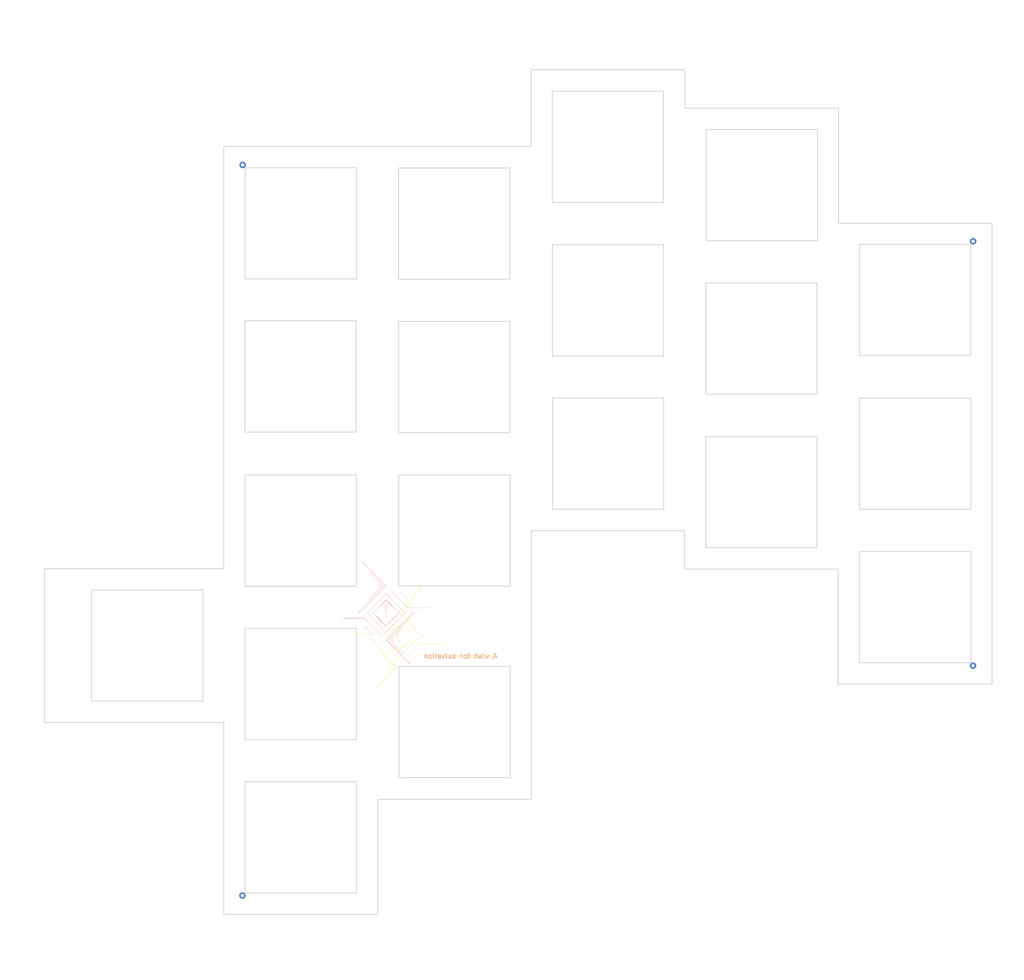
<source format=kicad_pcb>
(kicad_pcb (version 20171130) (host pcbnew 5.1.10)

  (general
    (thickness 1.6)
    (drawings 370)
    (tracks 4)
    (zones 0)
    (modules 0)
    (nets 2)
  )

  (page A4)
  (layers
    (0 F.Cu signal)
    (31 B.Cu signal)
    (32 B.Adhes user)
    (33 F.Adhes user hide)
    (34 B.Paste user)
    (35 F.Paste user)
    (36 B.SilkS user)
    (37 F.SilkS user)
    (38 B.Mask user)
    (39 F.Mask user)
    (40 Dwgs.User user)
    (41 Cmts.User user)
    (42 Eco1.User user)
    (43 Eco2.User user)
    (44 Edge.Cuts user)
    (45 Margin user)
    (46 B.CrtYd user)
    (47 F.CrtYd user)
    (48 B.Fab user)
    (49 F.Fab user)
  )

  (setup
    (last_trace_width 0.25)
    (trace_clearance 0.2)
    (zone_clearance 0.508)
    (zone_45_only no)
    (trace_min 0.2)
    (via_size 0.8)
    (via_drill 0.4)
    (via_min_size 0.4)
    (via_min_drill 0.3)
    (uvia_size 0.3)
    (uvia_drill 0.1)
    (uvias_allowed no)
    (uvia_min_size 0.2)
    (uvia_min_drill 0.1)
    (edge_width 0.1)
    (segment_width 0.2)
    (pcb_text_width 0.3)
    (pcb_text_size 1.5 1.5)
    (mod_edge_width 0.15)
    (mod_text_size 1 1)
    (mod_text_width 0.15)
    (pad_size 1.524 1.524)
    (pad_drill 0.762)
    (pad_to_mask_clearance 0)
    (aux_axis_origin 61.5 62)
    (grid_origin 61.5 62)
    (visible_elements FFFFF7FF)
    (pcbplotparams
      (layerselection 0x010fc_ffffffff)
      (usegerberextensions false)
      (usegerberattributes true)
      (usegerberadvancedattributes true)
      (creategerberjobfile true)
      (excludeedgelayer true)
      (linewidth 0.100000)
      (plotframeref false)
      (viasonmask false)
      (mode 1)
      (useauxorigin false)
      (hpglpennumber 1)
      (hpglpenspeed 20)
      (hpglpendiameter 15.000000)
      (psnegative false)
      (psa4output false)
      (plotreference true)
      (plotvalue true)
      (plotinvisibletext false)
      (padsonsilk false)
      (subtractmaskfromsilk false)
      (outputformat 1)
      (mirror false)
      (drillshape 0)
      (scaleselection 1)
      (outputdirectory "../gerber/plate/"))
  )

  (net 0 "")
  (net 1 GND)

  (net_class Default "This is the default net class."
    (clearance 0.2)
    (trace_width 0.25)
    (via_dia 0.8)
    (via_drill 0.4)
    (uvia_dia 0.3)
    (uvia_drill 0.1)
  )

  (gr_text "A wish for salvation" (at 141.55 123.18) (layer B.SilkS) (tstamp 60C782BF)
    (effects (font (size 0.6 0.6) (thickness 0.1)) (justify mirror))
  )
  (gr_text "A wish for salvation" (at 141.63 123.19) (layer F.SilkS)
    (effects (font (size 0.6 0.6) (thickness 0.1)))
  )
  (gr_curve (pts (xy 133.569037 121.246753) (xy 133.556638 121.241451) (xy 133.548558 121.228956) (xy 133.548558 121.215096)) (layer B.SilkS) (width 0.036))
  (gr_line (start 132.618004 116.956093) (end 132.336583 116.665393) (layer B.SilkS) (width 0.036))
  (gr_curve (pts (xy 133.493161 117.346297) (xy 133.186418 117.02944) (xy 132.892237 116.725561) (xy 132.675337 116.501509)) (layer B.SilkS) (width 0.036))
  (gr_curve (pts (xy 132.336584 118.207112) (xy 132.356714 118.207112) (xy 132.374864 118.219638) (xy 132.382567 118.23885)) (layer B.SilkS) (width 0.036))
  (gr_curve (pts (xy 133.117546 121.215096) (xy 133.117546 121.196888) (xy 133.124546 121.179426) (xy 133.137011 121.166551)) (layer B.SilkS) (width 0.036))
  (gr_curve (pts (xy 130.718369 117.823149) (xy 130.718369 117.823149) (xy 130.840222 117.94902) (xy 131.057123 118.173072)) (layer B.SilkS) (width 0.036))
  (gr_curve (pts (xy 132.237037 117.40194) (xy 132.237037 117.374669) (xy 132.247531 117.348513) (xy 132.266193 117.32923)) (layer B.SilkS) (width 0.036))
  (gr_curve (pts (xy 132.675337 116.501509) (xy 132.458435 116.277456) (xy 132.336581 116.151586) (xy 132.336581 116.151586)) (layer B.SilkS) (width 0.036))
  (gr_line (start 126.958674 118.471396) (end 129.699005 118.471396) (layer B.SilkS) (width 0.036))
  (gr_curve (pts (xy 133.605187 121.239325) (xy 133.595694 121.24912) (xy 133.581432 121.252057) (xy 133.569037 121.246755)) (layer B.SilkS) (width 0.036))
  (gr_curve (pts (xy 134.076337 121.201936) (xy 134.081496 121.214779) (xy 134.078638 121.229577) (xy 134.069129 121.239409)) (layer B.SilkS) (width 0.036))
  (gr_line (start 132.35483 121.215069) (end 135.602782 117.860031) (layer B.SilkS) (width 0.036))
  (gr_line (start 135.367569 124.121318) (end 135.168055 124.12116) (layer B.SilkS) (width 0.036))
  (gr_line (start 132.336583 119.391819) (end 131.238832 118.257878) (layer B.SilkS) (width 0.036))
  (gr_line (start 132.336583 116.665393) (end 132.055115 116.956142) (layer B.SilkS) (width 0.036))
  (gr_curve (pts (xy 132.254473 116.991673) (xy 132.27625 116.96918) (xy 132.305787 116.956542) (xy 132.336584 116.956542)) (layer B.SilkS) (width 0.036))
  (gr_curve (pts (xy 134.668406 117.825288) (xy 134.668406 117.825288) (xy 134.546551 117.699417) (xy 134.329651 117.475365)) (layer B.SilkS) (width 0.036))
  (gr_curve (pts (xy 134.329651 117.475365) (xy 134.112751 117.251314) (xy 133.818569 116.947435) (xy 133.511825 116.630578)) (layer B.SilkS) (width 0.036))
  (gr_curve (pts (xy 132.336584 116.956542) (xy 132.383552 116.956542) (xy 132.425894 116.985766) (xy 132.443868 117.030589)) (layer B.SilkS) (width 0.036))
  (gr_curve (pts (xy 132.418695 117.16131) (xy 132.385484 117.195616) (xy 132.335539 117.205879) (xy 132.292146 117.187312)) (layer B.SilkS) (width 0.036))
  (gr_line (start 131.857811 114.429463) (end 130.216703 116.124681) (layer B.SilkS) (width 0.036))
  (gr_curve (pts (xy 133.58173 121.180831) (xy 133.595145 121.180831) (xy 133.607243 121.189181) (xy 133.612377 121.201983)) (layer B.SilkS) (width 0.036))
  (gr_curve (pts (xy 131.526211 114.360811) (xy 131.499329 114.360811) (xy 131.475096 114.377538) (xy 131.464809 114.403191)) (layer B.SilkS) (width 0.036))
  (gr_line (start 135.015112 117.17707) (end 132.983856 115.078552) (layer B.SilkS) (width 0.036))
  (gr_line (start 129.070282 117.822239) (end 129.102046 117.789425) (layer B.SilkS) (width 0.036))
  (gr_line (start 135.015104 117.177058) (end 134.909855 117.068338) (layer B.SilkS) (width 0.036))
  (gr_curve (pts (xy 134.022046 121.190781) (xy 134.028284 121.184336) (xy 134.036762 121.180716) (xy 134.045584 121.180716)) (layer B.SilkS) (width 0.036))
  (gr_line (start 131.874949 119.017861) (end 131.18 118.3) (layer B.SilkS) (width 0.036))
  (gr_curve (pts (xy 132.286813 118.258524) (xy 132.286813 118.244887) (xy 132.292052 118.23181) (xy 132.301387 118.22217)) (layer B.SilkS) (width 0.036))
  (gr_line (start 135.776804 117.886842) (end 135.843336 117.818116) (layer B.SilkS) (width 0.036))
  (gr_curve (pts (xy 132.266193 117.32923) (xy 132.284862 117.309945) (xy 132.310183 117.299112) (xy 132.336584 117.299112)) (layer B.SilkS) (width 0.036))
  (gr_line (start 132.355773 120.214166) (end 134.668406 117.825288) (layer B.SilkS) (width 0.036))
  (gr_curve (pts (xy 134.069121 121.239409) (xy 134.059596 121.249236) (xy 134.045284 121.252189) (xy 134.032844 121.246871)) (layer B.SilkS) (width 0.036))
  (gr_line (start 135.168055 124.121043) (end 132.35483 121.215069) (layer B.SilkS) (width 0.036))
  (gr_curve (pts (xy 130.381895 118.175211) (xy 130.598797 118.399263) (xy 130.892978 118.703142) (xy 131.199721 119.019999)) (layer B.SilkS) (width 0.036))
  (gr_line (start 130.216545 112.734084) (end 131.857811 114.429463) (layer B.SilkS) (width 0.036))
  (gr_curve (pts (xy 131.997826 119.14479) (xy 132.214728 119.368841) (xy 132.336581 119.494713) (xy 132.336581 119.494713)) (layer B.SilkS) (width 0.036))
  (gr_line (start 132.355773 115.436411) (end 130.043141 117.825288) (layer B.SilkS) (width 0.036))
  (gr_line (start 132.336581 119.494713) (end 133.954793 117.823149) (layer B.SilkS) (width 0.036))
  (gr_curve (pts (xy 133.184008 121.146442) (xy 133.210889 121.146442) (xy 133.235122 121.16317) (xy 133.245409 121.188824)) (layer B.SilkS) (width 0.036))
  (gr_line (start 132.336583 119.391819) (end 133.434996 118.257193) (layer B.SilkS) (width 0.036))
  (gr_line (start 135.168055 124.12116) (end 135.099078 124.049904) (layer B.SilkS) (width 0.036))
  (gr_curve (pts (xy 132.298489 117.496943) (xy 132.261291 117.481027) (xy 132.237037 117.443532) (xy 132.237037 117.40194)) (layer B.SilkS) (width 0.036))
  (gr_line (start 128.871464 117.822239) (end 129.070282 117.822239) (layer B.SilkS) (width 0.036))
  (gr_curve (pts (xy 131.057123 118.173072) (xy 131.274023 118.397123) (xy 131.568205 118.701003) (xy 131.874949 119.017861)) (layer B.SilkS) (width 0.036))
  (gr_line (start 132.711933 116.642087) (end 132.336583 116.254361) (layer B.SilkS) (width 0.036))
  (gr_line (start 133.511825 116.630578) (end 133.512301 116.631054) (layer B.SilkS) (width 0.036))
  (gr_curve (pts (xy 132.317538 118.306023) (xy 132.298939 118.29807) (xy 132.286813 118.279318) (xy 132.286813 118.258524)) (layer B.SilkS) (width 0.036))
  (gr_curve (pts (xy 132.406975 117.474652) (xy 132.378504 117.504061) (xy 132.335687 117.512859) (xy 132.298489 117.496943)) (layer B.SilkS) (width 0.036))
  (gr_curve (pts (xy 131.464809 114.403191) (xy 131.454522 114.428845) (xy 131.460205 114.458374) (xy 131.479224 114.478008)) (layer B.SilkS) (width 0.036))
  (gr_curve (pts (xy 134.032844 121.246864) (xy 134.020398 121.241546) (xy 134.012295 121.229004) (xy 134.012295 121.215096)) (layer B.SilkS) (width 0.036))
  (gr_curve (pts (xy 133.616039 117.473226) (xy 133.399138 117.249174) (xy 133.104958 116.945295) (xy 132.798214 116.628438)) (layer B.SilkS) (width 0.036))
  (gr_line (start 131.961619 116.641687) (end 131.58652 117.029156) (layer B.SilkS) (width 0.036))
  (gr_line (start 135.015112 116.081127) (end 134.044942 115.078552) (layer B.SilkS) (width 0.036))
  (gr_curve (pts (xy 130.677374 114.461232) (xy 130.689821 114.455911) (xy 130.697923 114.443371) (xy 130.697923 114.429463)) (layer B.SilkS) (width 0.036))
  (gr_curve (pts (xy 132.292146 117.187312) (xy 132.248755 117.168746) (xy 132.220462 117.125008) (xy 132.220462 117.076492)) (layer B.SilkS) (width 0.036))
  (gr_curve (pts (xy 132.336584 117.641729) (xy 132.363339 117.641729) (xy 132.387461 117.658377) (xy 132.397699 117.683911)) (layer B.SilkS) (width 0.036))
  (gr_line (start 137.887518 117.177058) (end 135.015104 117.177058) (layer B.SilkS) (width 0.036))
  (gr_curve (pts (xy 132.289809 117.661743) (xy 132.302207 117.648931) (xy 132.31904 117.641729) (xy 132.336584 117.641729)) (layer B.SilkS) (width 0.036))
  (gr_curve (pts (xy 132.383359 117.758377) (xy 132.364441 117.777919) (xy 132.335987 117.783766) (xy 132.31127 117.773188)) (layer B.SilkS) (width 0.036))
  (gr_curve (pts (xy 132.270433 117.71006) (xy 132.270433 117.691937) (xy 132.277403 117.674557) (xy 132.289809 117.661743)) (layer B.SilkS) (width 0.036))
  (gr_curve (pts (xy 130.641097 114.453778) (xy 130.650622 114.463612) (xy 130.664934 114.466554) (xy 130.677374 114.461232)) (layer B.SilkS) (width 0.036))
  (gr_curve (pts (xy 131.097841 114.41635) (xy 131.092714 114.429156) (xy 131.095539 114.443893) (xy 131.105033 114.453693)) (layer B.SilkS) (width 0.036))
  (gr_line (start 132.336581 116.151586) (end 130.718369 117.823149) (layer B.SilkS) (width 0.036))
  (gr_line (start 132.711933 116.642087) (end 133.086932 117.029448) (layer B.SilkS) (width 0.036))
  (gr_line (start 132.852407 121.215096) (end 134.493515 122.910313) (layer B.SilkS) (width 0.036))
  (gr_line (start 132.333619 119.388693) (end 132.342827 119.398202) (layer B.SilkS) (width 0.036))
  (gr_curve (pts (xy 131.151945 114.405234) (xy 131.145722 114.398808) (xy 131.137292 114.395198) (xy 131.128488 114.395198)) (layer B.SilkS) (width 0.036))
  (gr_curve (pts (xy 130.633881 114.416305) (xy 130.628722 114.429154) (xy 130.63158 114.443944) (xy 130.641105 114.453778)) (layer B.SilkS) (width 0.036))
  (gr_curve (pts (xy 133.231003 121.263641) (xy 133.211995 121.283275) (xy 133.183408 121.289149) (xy 133.158573 121.278516)) (layer B.SilkS) (width 0.036))
  (gr_curve (pts (xy 131.16166 114.429463) (xy 131.16166 114.420377) (xy 131.158168 114.41166) (xy 131.151945 114.405234)) (layer B.SilkS) (width 0.036))
  (gr_curve (pts (xy 131.128488 114.395198) (xy 131.115074 114.395198) (xy 131.102975 114.403547) (xy 131.097841 114.41635)) (layer B.SilkS) (width 0.036))
  (gr_line (start 132.798214 116.628438) (end 133.493161 117.346297) (layer B.SilkS) (width 0.036))
  (gr_curve (pts (xy 130.664635 114.395078) (xy 130.651173 114.395078) (xy 130.639035 114.403455) (xy 130.633881 114.416305)) (layer B.SilkS) (width 0.036))
  (gr_line (start 129.342721 111.523501) (end 129.541504 111.523365) (layer B.SilkS) (width 0.036))
  (gr_curve (pts (xy 133.548558 121.215096) (xy 133.548558 121.206015) (xy 133.552051 121.197293) (xy 133.558273 121.190867)) (layer B.SilkS) (width 0.036))
  (gr_line (start 129.699005 118.471396) (end 129.827369 118.603992) (layer B.SilkS) (width 0.036))
  (gr_curve (pts (xy 132.443868 117.030589) (xy 132.461842 117.075412) (xy 132.451901 117.127005) (xy 132.418695 117.16131)) (layer B.SilkS) (width 0.036))
  (gr_curve (pts (xy 132.220462 117.076492) (xy 132.220462 117.04468) (xy 132.232702 117.01417) (xy 132.254473 116.991673)) (layer B.SilkS) (width 0.036))
  (gr_line (start 134.493673 119.519716) (end 132.852407 121.215096) (layer B.SilkS) (width 0.036))
  (gr_line (start 132.35483 114.429412) (end 132.155881 114.429412) (layer B.SilkS) (width 0.036))
  (gr_curve (pts (xy 132.31127 117.77319) (xy 132.286552 117.762617) (xy 132.270433 117.737697) (xy 132.270433 117.71006)) (layer B.SilkS) (width 0.036))
  (gr_curve (pts (xy 130.043141 117.825288) (xy 130.043141 117.825288) (xy 130.164995 117.95116) (xy 130.381895 118.175211)) (layer B.SilkS) (width 0.036))
  (gr_curve (pts (xy 133.245409 121.188824) (xy 133.255696 121.214478) (xy 133.250013 121.244005) (xy 133.230995 121.263641)) (layer B.SilkS) (width 0.036))
  (gr_curve (pts (xy 133.137011 121.166551) (xy 133.149473 121.153677) (xy 133.16638 121.146442) (xy 133.184008 121.146442)) (layer B.SilkS) (width 0.036))
  (gr_line (start 132.336583 116.254361) (end 131.961619 116.641687) (layer B.SilkS) (width 0.036))
  (gr_line (start 128.900323 117.792437) (end 128.871464 117.822239) (layer B.SilkS) (width 0.036))
  (gr_curve (pts (xy 132.336584 117.299112) (xy 132.376847 117.299112) (xy 132.413147 117.324166) (xy 132.428555 117.36259)) (layer B.SilkS) (width 0.036))
  (gr_curve (pts (xy 131.105031 114.453693) (xy 131.114524 114.463493) (xy 131.128786 114.466425) (xy 131.141183 114.461121)) (layer B.SilkS) (width 0.036))
  (gr_line (start 129.699005 118.471396) (end 126.958674 118.471396) (layer B.SilkS) (width 0.036))
  (gr_line (start 132.35483 114.429442) (end 129.102056 117.789456) (layer B.SilkS) (width 0.036))
  (gr_curve (pts (xy 132.397699 117.683911) (xy 132.407938 117.709444) (xy 132.402271 117.738835) (xy 132.383363 117.758377)) (layer B.SilkS) (width 0.036))
  (gr_curve (pts (xy 134.012295 121.215096) (xy 134.012295 121.205983) (xy 134.015804 121.197229) (xy 134.022043 121.190781)) (layer B.SilkS) (width 0.036))
  (gr_curve (pts (xy 132.301391 118.22217) (xy 132.310726 118.212534) (xy 132.323384 118.20712) (xy 132.336584 118.20712)) (layer B.SilkS) (width 0.036))
  (gr_curve (pts (xy 134.045584 121.18071) (xy 134.059045 121.18071) (xy 134.071185 121.189092) (xy 134.076337 121.201936)) (layer B.SilkS) (width 0.036))
  (gr_curve (pts (xy 133.954793 117.823149) (xy 133.954793 117.823149) (xy 133.832939 117.697279) (xy 133.616039 117.473226)) (layer B.SilkS) (width 0.036))
  (gr_line (start 135.843335 117.818115) (end 132.549376 121.217007) (layer B.SilkS) (width 0.036))
  (gr_curve (pts (xy 132.371778 118.294877) (xy 132.357538 118.309578) (xy 132.336136 118.31398) (xy 132.317538 118.306021)) (layer B.SilkS) (width 0.036))
  (gr_curve (pts (xy 131.573207 114.380919) (xy 131.560745 114.368044) (xy 131.543838 114.360811) (xy 131.526211 114.360811)) (layer B.SilkS) (width 0.036))
  (gr_line (start 132.35483 121.215069) (end 132.55408 121.215069) (layer B.SilkS) (width 0.036))
  (gr_curve (pts (xy 131.199194 119.019455) (xy 131.505937 119.336312) (xy 131.800118 119.640191) (xy 132.017018 119.864243)) (layer B.SilkS) (width 0.036))
  (gr_line (start 129.410597 111.593614) (end 129.342721 111.523501) (layer B.SilkS) (width 0.036))
  (gr_curve (pts (xy 132.017018 119.864243) (xy 132.23392 120.088296) (xy 132.355773 120.214166) (xy 132.355773 120.214166)) (layer B.SilkS) (width 0.036))
  (gr_curve (pts (xy 132.428555 117.36259) (xy 132.443954 117.401015) (xy 132.435445 117.445243) (xy 132.406975 117.474652)) (layer B.SilkS) (width 0.036))
  (gr_curve (pts (xy 133.558273 121.190867) (xy 133.564496 121.184437) (xy 133.572926 121.180834) (xy 133.58173 121.180834)) (layer B.SilkS) (width 0.036))
  (gr_line (start 132.155881 114.429412) (end 128.900323 117.792437) (layer B.SilkS) (width 0.036))
  (gr_curve (pts (xy 131.551645 114.492891) (xy 131.57648 114.482264) (xy 131.592673 114.457231) (xy 131.592673 114.429463)) (layer B.SilkS) (width 0.036))
  (gr_curve (pts (xy 130.697923 114.429463) (xy 130.697923 114.420343) (xy 130.694415 114.411598) (xy 130.688176 114.40515)) (layer B.SilkS) (width 0.036))
  (gr_curve (pts (xy 130.688174 114.40515) (xy 130.681936 114.398701) (xy 130.673458 114.395079) (xy 130.664635 114.395079)) (layer B.SilkS) (width 0.036))
  (gr_line (start 129.342721 111.523506) (end 132.155881 114.429412) (layer B.SilkS) (width 0.036))
  (gr_line (start 131.199721 119.019999) (end 131.199244 119.019523) (layer B.SilkS) (width 0.036))
  (gr_curve (pts (xy 133.512353 116.631122) (xy 133.205609 116.314267) (xy 132.911428 116.010386) (xy 132.694527 115.786334)) (layer B.SilkS) (width 0.036))
  (gr_curve (pts (xy 131.479216 114.478008) (xy 131.498223 114.497643) (xy 131.526811 114.503517) (xy 131.551645 114.492891)) (layer B.SilkS) (width 0.036))
  (gr_line (start 132.55408 121.215069) (end 135.367569 124.121313) (layer B.SilkS) (width 0.036))
  (gr_line (start 135.63937 117.822259) (end 135.602781 117.860053) (layer B.SilkS) (width 0.036))
  (gr_line (start 135.26419 124.014532) (end 135.367569 124.121318) (layer B.SilkS) (width 0.036))
  (gr_curve (pts (xy 133.158573 121.278522) (xy 133.133738 121.267902) (xy 133.117546 121.242862) (xy 133.117546 121.215096)) (layer B.SilkS) (width 0.036))
  (gr_line (start 135.843336 117.818116) (end 135.63937 117.822259) (layer B.SilkS) (width 0.036))
  (gr_curve (pts (xy 133.612377 121.201983) (xy 133.617505 121.214794) (xy 133.614679 121.229526) (xy 133.605185 121.239325)) (layer B.SilkS) (width 0.036))
  (gr_curve (pts (xy 132.694527 115.786334) (xy 132.477628 115.562283) (xy 132.355773 115.436411) (xy 132.355773 115.436411)) (layer B.SilkS) (width 0.036))
  (gr_line (start 129.541504 111.523365) (end 132.35483 114.429442) (layer B.SilkS) (width 0.036))
  (gr_curve (pts (xy 131.141183 114.461121) (xy 131.153582 114.455818) (xy 131.16166 114.443323) (xy 131.16166 114.429463)) (layer B.SilkS) (width 0.036))
  (gr_curve (pts (xy 132.382567 118.23885) (xy 132.390266 118.25806) (xy 132.386011 118.280174) (xy 132.371771 118.294877)) (layer B.SilkS) (width 0.036))
  (gr_line (start 129.699007 118.471378) (end 131.730263 120.569896) (layer B.SilkS) (width 0.036))
  (gr_curve (pts (xy 131.592673 114.429463) (xy 131.592673 114.411256) (xy 131.585672 114.393793) (xy 131.573207 114.380919)) (layer B.SilkS) (width 0.036))
  (gr_line (start 129.699007 119.567322) (end 130.669175 120.569896) (layer B.SilkS) (width 0.036))
  (gr_curve (pts (xy 131.18 118.3) (xy 131.486745 118.616859) (xy 131.780926 118.920738) (xy 131.997826 119.14479)) (layer B.SilkS) (width 0.036))
  (gr_curve (pts (xy 133.745637 120.905796) (xy 133.735398 120.93133) (xy 133.741058 120.96072) (xy 133.759977 120.980262)) (layer F.SilkS) (width 0.036))
  (gr_curve (pts (xy 133.806752 120.863615) (xy 133.779996 120.863615) (xy 133.755876 120.880263) (xy 133.745637 120.905796)) (layer F.SilkS) (width 0.036))
  (gr_curve (pts (xy 135.502239 117.675662) (xy 135.492719 117.685496) (xy 135.478401 117.688438) (xy 135.465962 117.683116)) (layer F.SilkS) (width 0.036))
  (gr_curve (pts (xy 134.617125 117.582695) (xy 134.644006 117.582695) (xy 134.66824 117.599422) (xy 134.678527 117.625076)) (layer F.SilkS) (width 0.036))
  (gr_line (start 132.097752 124.402596) (end 132.097752 124.402596) (layer F.SilkS) (width 0.036))
  (gr_line (start 134.268387 122.239746) (end 134.963335 121.521886) (layer F.SilkS) (width 0.036))
  (gr_curve (pts (xy 133.72464 120.383196) (xy 133.757852 120.417502) (xy 133.807798 120.427764) (xy 133.85119 120.409197)) (layer F.SilkS) (width 0.036))
  (gr_curve (pts (xy 133.699469 120.252474) (xy 133.681495 120.297297) (xy 133.69143 120.34889) (xy 133.72464 120.383196)) (layer F.SilkS) (width 0.036))
  (gr_line (start 134.617125 117.582695) (end 134.617125 117.582695) (layer F.SilkS) (width 0.036))
  (gr_curve (pts (xy 134.981676 117.651348) (xy 134.981676 117.64226) (xy 134.985171 117.633545) (xy 134.991392 117.627119)) (layer F.SilkS) (width 0.036))
  (gr_curve (pts (xy 135.002154 117.683006) (xy 134.989758 117.677702) (xy 134.981676 117.665207) (xy 134.981676 117.651348)) (layer F.SilkS) (width 0.036))
  (gr_curve (pts (xy 132.585062 124.412753) (xy 132.57884 124.406327) (xy 132.570403 124.402716) (xy 132.561605 124.402716)) (layer F.SilkS) (width 0.036))
  (gr_curve (pts (xy 134.66412 117.699893) (xy 134.645112 117.719528) (xy 134.616526 117.725401) (xy 134.591691 117.714775)) (layer F.SilkS) (width 0.036))
  (gr_line (start 133.806755 119.37347) (end 133.806755 119.37347) (layer F.SilkS) (width 0.036))
  (gr_line (start 133.787563 123.436052) (end 131.47493 121.047174) (layer F.SilkS) (width 0.036))
  (gr_line (start 137.073054 121.044125) (end 137.04129 121.011311) (layer F.SilkS) (width 0.036))
  (gr_line (start 137.271873 121.044125) (end 137.073054 121.044125) (layer F.SilkS) (width 0.036))
  (gr_line (start 133.345122 119.850323) (end 132.650174 120.568182) (layer F.SilkS) (width 0.036))
  (gr_curve (pts (xy 133.806752 120.178427) (xy 133.759784 120.178427) (xy 133.717442 120.207651) (xy 133.699469 120.252474)) (layer F.SilkS) (width 0.036))
  (gr_line (start 133.809716 122.610578) (end 133.800512 122.620082) (layer F.SilkS) (width 0.036))
  (gr_line (start 133.806753 122.613705) (end 132.708339 121.479079) (layer F.SilkS) (width 0.036))
  (gr_curve (pts (xy 133.922874 120.298377) (xy 133.922874 120.266564) (xy 133.91064 120.236054) (xy 133.888863 120.213559)) (layer F.SilkS) (width 0.036))
  (gr_curve (pts (xy 133.85119 120.409197) (xy 133.894582 120.390632) (xy 133.922874 120.346893) (xy 133.922874 120.298377)) (layer F.SilkS) (width 0.036))
  (gr_curve (pts (xy 132.630983 119.853008) (xy 132.937727 119.536151) (xy 133.231908 119.232271) (xy 133.448808 119.008219)) (layer F.SilkS) (width 0.036))
  (gr_line (start 133.806755 119.37347) (end 135.424967 121.045034) (layer F.SilkS) (width 0.036))
  (gr_line (start 133.787563 118.658296) (end 133.787563 118.658296) (layer F.SilkS) (width 0.036))
  (gr_curve (pts (xy 132.527297 120.695111) (xy 132.744197 120.471059) (xy 133.038378 120.16718) (xy 133.345122 119.850323)) (layer F.SilkS) (width 0.036))
  (gr_line (start 135.926791 115.955967) (end 134.285525 117.651348) (layer F.SilkS) (width 0.036))
  (gr_curve (pts (xy 133.468 119.723393) (xy 133.684901 119.499341) (xy 133.806755 119.37347) (xy 133.806755 119.37347)) (layer F.SilkS) (width 0.036))
  (gr_curve (pts (xy 133.856523 121.480409) (xy 133.856523 121.466774) (xy 133.851279 121.453697) (xy 133.841945 121.444055)) (layer F.SilkS) (width 0.036))
  (gr_curve (pts (xy 133.825798 121.527908) (xy 133.844397 121.51995) (xy 133.856523 121.501203) (xy 133.856523 121.480409)) (layer F.SilkS) (width 0.036))
  (gr_curve (pts (xy 133.448808 119.008219) (xy 133.665709 118.784167) (xy 133.787563 118.658296) (xy 133.787563 118.658296)) (layer F.SilkS) (width 0.036))
  (gr_curve (pts (xy 133.771558 121.516763) (xy 133.785792 121.531467) (xy 133.8072 121.535865) (xy 133.825798 121.527908)) (layer F.SilkS) (width 0.036))
  (gr_curve (pts (xy 133.760769 121.460735) (xy 133.753065 121.479946) (xy 133.757324 121.50206) (xy 133.771558 121.516763)) (layer F.SilkS) (width 0.036))
  (gr_line (start 133.431402 119.863971) (end 133.056404 120.251333) (layer F.SilkS) (width 0.036))
  (gr_line (start 133.806755 122.716598) (end 132.188542 121.045034) (layer F.SilkS) (width 0.036))
  (gr_line (start 133.788507 124.436955) (end 130.540553 121.081916) (layer F.SilkS) (width 0.036))
  (gr_line (start 130.975279 127.342931) (end 133.788507 124.436955) (layer F.SilkS) (width 0.036))
  (gr_curve (pts (xy 134.991392 117.627119) (xy 134.997613 117.620693) (xy 135.00605 117.617082) (xy 135.014848 117.617082)) (layer F.SilkS) (width 0.036))
  (gr_curve (pts (xy 132.530958 124.423869) (xy 132.525824 124.436673) (xy 132.528662 124.451412) (xy 132.538149 124.461212)) (layer F.SilkS) (width 0.036))
  (gr_line (start 130.299998 121.040001) (end 130.503966 121.044141) (layer F.SilkS) (width 0.036))
  (gr_line (start 130.366531 121.108728) (end 130.299998 121.040001) (layer F.SilkS) (width 0.036))
  (gr_curve (pts (xy 134.678527 117.625076) (xy 134.688814 117.65073) (xy 134.683128 117.680258) (xy 134.66412 117.699893)) (layer F.SilkS) (width 0.036))
  (gr_curve (pts (xy 135.465962 117.683116) (xy 135.453523 117.677794) (xy 135.445413 117.665256) (xy 135.445413 117.651348)) (layer F.SilkS) (width 0.036))
  (gr_line (start 133.787563 118.658296) (end 136.100196 121.047174) (layer F.SilkS) (width 0.036))
  (gr_curve (pts (xy 134.145509 122.366675) (xy 133.928608 122.590727) (xy 133.806755 122.716598) (xy 133.806755 122.716598)) (layer F.SilkS) (width 0.036))
  (gr_curve (pts (xy 131.813685 120.697251) (xy 132.030585 120.473199) (xy 132.324767 120.16932) (xy 132.631511 119.852462)) (layer F.SilkS) (width 0.036))
  (gr_line (start 130.975279 127.342994) (end 131.044257 127.271738) (layer F.SilkS) (width 0.036))
  (gr_line (start 130.775766 127.343205) (end 130.975279 127.342994) (layer F.SilkS) (width 0.036))
  (gr_curve (pts (xy 132.538149 124.461212) (xy 132.547636 124.471011) (xy 132.561904 124.473943) (xy 132.574299 124.46864)) (layer F.SilkS) (width 0.036))
  (gr_line (start 134.943615 122.241885) (end 134.944143 122.241341) (layer F.SilkS) (width 0.036))
  (gr_curve (pts (xy 134.126318 123.086129) (xy 133.909416 123.310181) (xy 133.787563 123.436052) (xy 133.787563 123.436052)) (layer F.SilkS) (width 0.036))
  (gr_curve (pts (xy 134.591691 117.714775) (xy 134.566856 117.704149) (xy 134.550663 117.679115) (xy 134.550663 117.651348)) (layer F.SilkS) (width 0.036))
  (gr_curve (pts (xy 132.594777 124.436982) (xy 132.594777 124.427894) (xy 132.591282 124.419179) (xy 132.585062 124.412753)) (layer F.SilkS) (width 0.036))
  (gr_curve (pts (xy 133.853526 120.883628) (xy 133.841121 120.870813) (xy 133.824296 120.863615) (xy 133.806752 120.863615)) (layer F.SilkS) (width 0.036))
  (gr_curve (pts (xy 133.872902 120.931945) (xy 133.872902 120.913823) (xy 133.865932 120.896442) (xy 133.853526 120.883628)) (layer F.SilkS) (width 0.036))
  (gr_curve (pts (xy 135.086213 121.394957) (xy 134.869312 121.619009) (xy 134.575131 121.922888) (xy 134.268387 122.239746)) (layer F.SilkS) (width 0.036))
  (gr_curve (pts (xy 133.906299 120.623826) (xy 133.906299 120.596554) (xy 133.895811 120.570399) (xy 133.877142 120.551114)) (layer F.SilkS) (width 0.036))
  (gr_curve (pts (xy 133.844847 120.718827) (xy 133.882045 120.702912) (xy 133.906299 120.665417) (xy 133.906299 120.623826)) (layer F.SilkS) (width 0.036))
  (gr_curve (pts (xy 132.912333 124.485527) (xy 132.931341 124.505162) (xy 132.959927 124.511035) (xy 132.984762 124.500409)) (layer F.SilkS) (width 0.036))
  (gr_curve (pts (xy 132.650174 120.568182) (xy 132.956919 120.251325) (xy 133.251099 119.947445) (xy 133.468 119.723393)) (layer F.SilkS) (width 0.036))
  (gr_curve (pts (xy 135.014848 117.617082) (xy 135.028265 117.617082) (xy 135.040361 117.625431) (xy 135.045495 117.638235)) (layer F.SilkS) (width 0.036))
  (gr_line (start 134.285525 117.651348) (end 135.926633 119.346566) (layer F.SilkS) (width 0.036))
  (gr_line (start 130.879145 127.236418) (end 130.775766 127.343205) (layer F.SilkS) (width 0.036))
  (gr_line (start 133.589256 124.436955) (end 130.775766 127.343201) (layer F.SilkS) (width 0.036))
  (gr_curve (pts (xy 133.806752 121.428997) (xy 133.786621 121.428997) (xy 133.768472 121.441523) (xy 133.760769 121.460735)) (layer F.SilkS) (width 0.036))
  (gr_line (start 133.806752 120.520997) (end 133.806752 120.520997) (layer F.SilkS) (width 0.036))
  (gr_line (start 133.290928 124.436982) (end 131.64982 126.1322) (layer F.SilkS) (width 0.036))
  (gr_curve (pts (xy 132.897926 124.41071) (xy 132.887639 124.436364) (xy 132.893325 124.465892) (xy 132.912333 124.485527)) (layer F.SilkS) (width 0.036))
  (gr_curve (pts (xy 132.13104 124.436982) (xy 132.13104 124.427862) (xy 132.127533 124.419116) (xy 132.12129 124.412668)) (layer F.SilkS) (width 0.036))
  (gr_line (start 133.987455 117.651297) (end 137.243013 121.014323) (layer F.SilkS) (width 0.036))
  (gr_line (start 136.800617 114.745389) (end 133.987455 117.651297) (layer F.SilkS) (width 0.036))
  (gr_line (start 133.806753 122.613705) (end 134.904504 121.479763) (layer F.SilkS) (width 0.036))
  (gr_line (start 133.806752 121.428997) (end 133.806752 121.428997) (layer F.SilkS) (width 0.036))
  (gr_curve (pts (xy 132.188542 121.045034) (xy 132.188542 121.045034) (xy 132.310395 120.919163) (xy 132.527297 120.695111)) (layer F.SilkS) (width 0.036))
  (gr_curve (pts (xy 133.006324 124.388437) (xy 132.993859 124.375562) (xy 132.976955 124.368329) (xy 132.959328 124.368329)) (layer F.SilkS) (width 0.036))
  (gr_curve (pts (xy 132.074214 124.461296) (xy 132.083735 124.47113) (xy 132.098052 124.474072) (xy 132.110491 124.46875)) (layer F.SilkS) (width 0.036))
  (gr_curve (pts (xy 132.066999 124.423823) (xy 132.061846 124.436672) (xy 132.064694 124.451462) (xy 132.074214 124.461296)) (layer F.SilkS) (width 0.036))
  (gr_line (start 131.128223 119.303012) (end 132.098393 118.300436) (layer F.SilkS) (width 0.036))
  (gr_line (start 131.128223 120.398955) (end 133.15948 118.300436) (layer F.SilkS) (width 0.036))
  (gr_line (start 139.184664 121.693281) (end 136.444332 121.693281) (layer F.SilkS) (width 0.036))
  (gr_line (start 136.444332 121.693281) (end 139.184664 121.693281) (layer F.SilkS) (width 0.036))
  (gr_curve (pts (xy 132.110491 124.46875) (xy 132.12293 124.463428) (xy 132.13104 124.45089) (xy 132.13104 124.436982)) (layer F.SilkS) (width 0.036))
  (gr_curve (pts (xy 134.944143 122.241341) (xy 134.637399 122.558198) (xy 134.343218 122.862077) (xy 134.126318 123.086129)) (layer F.SilkS) (width 0.036))
  (gr_curve (pts (xy 131.47493 121.047174) (xy 131.47493 121.047174) (xy 131.596784 120.921303) (xy 131.813685 120.697251)) (layer F.SilkS) (width 0.036))
  (gr_line (start 133.788506 117.651327) (end 137.041281 121.011341) (layer F.SilkS) (width 0.036))
  (gr_line (start 136.601833 114.745248) (end 133.788506 117.651327) (layer F.SilkS) (width 0.036))
  (gr_curve (pts (xy 133.832066 120.995075) (xy 133.856784 120.984498) (xy 133.872902 120.959582) (xy 133.872902 120.931945)) (layer F.SilkS) (width 0.036))
  (gr_curve (pts (xy 133.759977 120.980262) (xy 133.778895 120.999805) (xy 133.807347 121.005651) (xy 133.832066 120.995075)) (layer F.SilkS) (width 0.036))
  (gr_curve (pts (xy 135.478701 117.616962) (xy 135.492164 117.616962) (xy 135.504302 117.62534) (xy 135.509454 117.638189)) (layer F.SilkS) (width 0.036))
  (gr_line (start 133.806752 120.863615) (end 133.806752 120.863615) (layer F.SilkS) (width 0.036))
  (gr_curve (pts (xy 133.841945 121.444055) (xy 133.832612 121.434414) (xy 133.819952 121.428997) (xy 133.806752 121.428997)) (layer F.SilkS) (width 0.036))
  (gr_curve (pts (xy 136.100196 121.047174) (xy 136.100196 121.047174) (xy 135.978342 121.173045) (xy 135.761441 121.397097)) (layer F.SilkS) (width 0.036))
  (gr_curve (pts (xy 134.550663 117.651348) (xy 134.550663 117.63314) (xy 134.557665 117.615678) (xy 134.570129 117.602803)) (layer F.SilkS) (width 0.036))
  (gr_curve (pts (xy 135.761441 121.397097) (xy 135.54454 121.621149) (xy 135.250359 121.925028) (xy 134.943615 122.241885)) (layer F.SilkS) (width 0.036))
  (gr_curve (pts (xy 133.736361 120.696537) (xy 133.764831 120.725946) (xy 133.807649 120.734744) (xy 133.844847 120.718827)) (layer F.SilkS) (width 0.036))
  (gr_curve (pts (xy 133.714782 120.584475) (xy 133.699374 120.622899) (xy 133.707891 120.667128) (xy 133.736361 120.696537)) (layer F.SilkS) (width 0.036))
  (gr_line (start 132.561605 124.402716) (end 132.561605 124.402716) (layer F.SilkS) (width 0.036))
  (gr_line (start 133.788507 117.651297) (end 133.987455 117.651297) (layer F.SilkS) (width 0.036))
  (gr_curve (pts (xy 135.045495 117.638235) (xy 135.05063 117.651039) (xy 135.047791 117.665778) (xy 135.038304 117.675578)) (layer F.SilkS) (width 0.036))
  (gr_line (start 134.181717 119.863572) (end 134.556817 120.251041) (layer F.SilkS) (width 0.036))
  (gr_line (start 131.649662 122.741601) (end 133.290928 124.436982) (layer F.SilkS) (width 0.036))
  (gr_curve (pts (xy 134.963335 121.521886) (xy 134.65659 121.838744) (xy 134.36241 122.142623) (xy 134.145509 122.366675)) (layer F.SilkS) (width 0.036))
  (gr_curve (pts (xy 133.806752 120.520997) (xy 133.766489 120.520997) (xy 133.73019 120.54605) (xy 133.714782 120.584475)) (layer F.SilkS) (width 0.036))
  (gr_line (start 133.806753 119.887278) (end 134.088221 120.178027) (layer F.SilkS) (width 0.036))
  (gr_curve (pts (xy 132.984762 124.500409) (xy 133.009597 124.489783) (xy 133.02579 124.464749) (xy 133.02579 124.436982)) (layer F.SilkS) (width 0.036))
  (gr_curve (pts (xy 132.097752 124.402596) (xy 132.084289 124.402596) (xy 132.072151 124.410974) (xy 132.066999 124.423823)) (layer F.SilkS) (width 0.036))
  (gr_line (start 132.959328 124.368329) (end 132.959328 124.368329) (layer F.SilkS) (width 0.036))
  (gr_curve (pts (xy 132.561605 124.402716) (xy 132.548189 124.402716) (xy 132.536093 124.411065) (xy 132.530958 124.423869)) (layer F.SilkS) (width 0.036))
  (gr_curve (pts (xy 135.509454 117.638189) (xy 135.514607 117.651038) (xy 135.511759 117.665828) (xy 135.502239 117.675662)) (layer F.SilkS) (width 0.036))
  (gr_line (start 136.44433 122.789207) (end 135.474161 123.791783) (layer F.SilkS) (width 0.036))
  (gr_line (start 136.44433 121.693264) (end 134.413073 123.791783) (layer F.SilkS) (width 0.036))
  (gr_curve (pts (xy 132.12129 124.412668) (xy 132.115048 124.406219) (xy 132.106581 124.402596) (xy 132.097752 124.402596)) (layer F.SilkS) (width 0.036))
  (gr_curve (pts (xy 135.038304 117.675578) (xy 135.028817 117.685378) (xy 135.014549 117.688309) (xy 135.002154 117.683006)) (layer F.SilkS) (width 0.036))
  (gr_line (start 133.431402 119.863971) (end 133.806753 119.476246) (layer F.SilkS) (width 0.036))
  (gr_curve (pts (xy 134.570129 117.602803) (xy 134.582594 117.589928) (xy 134.599498 117.582695) (xy 134.617125 117.582695)) (layer F.SilkS) (width 0.036))
  (gr_curve (pts (xy 135.445413 117.651348) (xy 135.445413 117.642228) (xy 135.44892 117.633482) (xy 135.455163 117.627034)) (layer F.SilkS) (width 0.036))
  (gr_curve (pts (xy 132.574299 124.46864) (xy 132.586695 124.463336) (xy 132.594777 124.450841) (xy 132.594777 124.436982)) (layer F.SilkS) (width 0.036))
  (gr_line (start 135.478701 117.616962) (end 135.478701 117.616962) (layer F.SilkS) (width 0.036))
  (gr_line (start 135.014848 117.617082) (end 135.014848 117.617082) (layer F.SilkS) (width 0.036))
  (gr_line (start 133.525332 120.177977) (end 133.806753 119.887278) (layer F.SilkS) (width 0.036))
  (gr_curve (pts (xy 133.888863 120.213559) (xy 133.867085 120.191064) (xy 133.837549 120.178427) (xy 133.806752 120.178427)) (layer F.SilkS) (width 0.036))
  (gr_curve (pts (xy 135.424967 121.045034) (xy 135.424967 121.045034) (xy 135.303114 121.170905) (xy 135.086213 121.394957)) (layer F.SilkS) (width 0.036))
  (gr_curve (pts (xy 132.959328 124.368329) (xy 132.932447 124.368329) (xy 132.908213 124.385056) (xy 132.897926 124.41071)) (layer F.SilkS) (width 0.036))
  (gr_line (start 136.444332 121.693281) (end 136.315968 121.825877) (layer F.SilkS) (width 0.036))
  (gr_line (start 133.806753 119.476246) (end 134.181717 119.863572) (layer F.SilkS) (width 0.036))
  (gr_line (start 137.243013 121.014323) (end 137.271873 121.044125) (layer F.SilkS) (width 0.036))
  (gr_line (start 130.503966 121.044141) (end 130.540554 121.081935) (layer F.SilkS) (width 0.036))
  (gr_line (start 136.800616 114.745385) (end 136.601833 114.745248) (layer F.SilkS) (width 0.036))
  (gr_line (start 136.73274 114.815498) (end 136.800616 114.745385) (layer F.SilkS) (width 0.036))
  (gr_line (start 133.806752 120.178427) (end 133.806752 120.178427) (layer F.SilkS) (width 0.036))
  (gr_curve (pts (xy 133.877142 120.551114) (xy 133.858473 120.53183) (xy 133.833153 120.520997) (xy 133.806752 120.520997)) (layer F.SilkS) (width 0.036))
  (gr_curve (pts (xy 133.02579 124.436982) (xy 133.02579 124.418774) (xy 133.018788 124.401312) (xy 133.006324 124.388437)) (layer F.SilkS) (width 0.036))
  (gr_line (start 131.12823 120.398944) (end 131.23348 120.290224) (layer F.SilkS) (width 0.036))
  (gr_line (start 128.255816 120.398944) (end 131.12823 120.398944) (layer F.SilkS) (width 0.036))
  (gr_line (start 132.631511 119.852462) (end 132.630983 119.853008) (layer F.SilkS) (width 0.036))
  (gr_line (start 133.788507 124.436955) (end 133.589256 124.436955) (layer F.SilkS) (width 0.036))
  (gr_curve (pts (xy 135.455163 117.627034) (xy 135.461405 117.620585) (xy 135.469872 117.616962) (xy 135.478701 117.616962)) (layer F.SilkS) (width 0.036))
  (gr_line (start 130.3 121.04) (end 133.59396 124.438893) (layer F.SilkS) (width 0.036))
  (dimension 13.79966 (width 0.15) (layer Dwgs.User)
    (gr_text "13.800 mm" (at 140.819883 97.840122 -0.001079512298) (layer Dwgs.User)
      (effects (font (size 1 1) (thickness 0.15)))
    )
    (feature1 (pts (xy 133.92 100.69) (xy 133.92004 98.553571)))
    (feature2 (pts (xy 147.71966 100.69026) (xy 147.7197 98.553831)))
    (crossbar (pts (xy 147.719689 99.140252) (xy 133.920029 99.139992)))
    (arrow1a (pts (xy 133.920029 99.139992) (xy 135.046544 98.553592)))
    (arrow1b (pts (xy 133.920029 99.139992) (xy 135.046522 99.726434)))
    (arrow2a (pts (xy 147.719689 99.140252) (xy 146.593196 98.55381)))
    (arrow2b (pts (xy 147.719689 99.140252) (xy 146.593174 99.726652)))
  )
  (gr_line (start 95.80968 112.33) (end 112.21 112.33) (layer Edge.Cuts) (width 0.1))
  (gr_line (start 95.80968 112.33) (end 89.95 112.33) (layer Edge.Cuts) (width 0.1))
  (gr_line (start 112.213 64.701) (end 112.213 112.33) (layer Edge.Cuts) (width 0.1) (tstamp 60C72DFA))
  (gr_line (start 89.95 112.33) (end 89.95 131.42426) (layer Edge.Cuts) (width 0.1) (tstamp 60C72E80))
  (gr_line (start 93.15792 131.42426) (end 89.95 131.42426) (layer Edge.Cuts) (width 0.1))
  (gr_line (start 112.213 59.9385) (end 112.213 64.701) (layer Edge.Cuts) (width 0.1) (tstamp 60C72C18))
  (gr_line (start 150.313 59.9385) (end 112.213 59.9385) (layer Edge.Cuts) (width 0.1) (tstamp 60C72C0B))
  (gr_line (start 150.313 50.4135) (end 150.313 59.9385) (layer Edge.Cuts) (width 0.1) (tstamp 60C72BFE))
  (gr_line (start 169.4138 50.4135) (end 150.313 50.4135) (layer Edge.Cuts) (width 0.1) (tstamp 60C72BEF))
  (gr_line (start 169.4138 55.176) (end 169.4138 50.4135) (layer Edge.Cuts) (width 0.1) (tstamp 60C72BE6))
  (gr_line (start 188.4638 55.176) (end 169.4138 55.176) (layer Edge.Cuts) (width 0.1) (tstamp 60C72BDC))
  (gr_line (start 112.213 131.42426) (end 112.213 155.23676) (layer Edge.Cuts) (width 0.1) (tstamp 60C72BC6))
  (gr_line (start 131.3138 155.23676) (end 112.213 155.23676) (layer Edge.Cuts) (width 0.1) (tstamp 60C72BB7))
  (gr_line (start 131.3138 140.94926) (end 131.3138 155.23676) (layer Edge.Cuts) (width 0.1) (tstamp 60C72BAC))
  (gr_line (start 150.3638 140.94926) (end 131.3138 140.94926) (layer Edge.Cuts) (width 0.1) (tstamp 60C72BA2))
  (gr_line (start 150.3638 107.61176) (end 150.3638 140.94926) (layer Edge.Cuts) (width 0.1) (tstamp 60C72B84))
  (gr_line (start 169.363 107.61176) (end 150.3638 107.61176) (layer Edge.Cuts) (width 0.1) (tstamp 60C72B79))
  (gr_line (start 169.363 112.37426) (end 169.363 107.61176) (layer Edge.Cuts) (width 0.1) (tstamp 60C72B71))
  (gr_line (start 188.413 112.37426) (end 169.363 112.37426) (layer Edge.Cuts) (width 0.1) (tstamp 60C72B6A))
  (gr_line (start 188.413 126.66176) (end 188.413 112.37426) (layer Edge.Cuts) (width 0.1) (tstamp 60C72B62))
  (gr_line (start 207.5138 126.66176) (end 188.413 126.66176) (layer Edge.Cuts) (width 0.1) (tstamp 60C72B5A))
  (gr_line (start 207.5138 69.4635) (end 207.5138 126.66176) (layer Edge.Cuts) (width 0.1) (tstamp 60C72B3E))
  (gr_line (start 188.4638 69.4635) (end 207.5138 69.4635) (layer Edge.Cuts) (width 0.1) (tstamp 60C72B30))
  (gr_line (start 188.4638 55.176) (end 188.4638 69.4635) (layer Edge.Cuts) (width 0.1) (tstamp 60C72B27))
  (gr_line (start 112.213 131.42426) (end 93.15792 131.42426) (layer Edge.Cuts) (width 0.1) (tstamp 60C72AB4))
  (gr_line (start 114.86984 152.56976) (end 114.86984 138.76994) (layer Edge.Cuts) (width 0.1))
  (gr_line (start 185.86792 57.82014) (end 185.86792 71.61996) (layer Edge.Cuts) (width 0.1))
  (gr_line (start 172.019839 90.6598) (end 185.81966 90.6598) (layer Edge.Cuts) (width 0.1))
  (gr_line (start 147.73998 124.46974) (end 133.93762 124.46974) (layer Edge.Cuts) (width 0.1))
  (gr_line (start 114.86984 76.36976) (end 114.86984 62.56994) (layer Edge.Cuts) (width 0.1))
  (gr_line (start 133.89952 76.40024) (end 147.69934 76.40024) (layer Edge.Cuts) (width 0.1))
  (gr_line (start 166.77982 91.15002) (end 166.77982 104.94984) (layer Edge.Cuts) (width 0.1))
  (gr_line (start 204.87982 110.20002) (end 204.87982 123.99984) (layer Edge.Cuts) (width 0.1))
  (gr_line (start 133.93762 138.26956) (end 147.73998 138.26956) (layer Edge.Cuts) (width 0.1))
  (gr_line (start 128.66966 62.56994) (end 128.66966 76.36976) (layer Edge.Cuts) (width 0.1))
  (gr_line (start 114.86984 133.54008) (end 114.86984 119.74026) (layer Edge.Cuts) (width 0.1))
  (gr_line (start 172.068099 71.61996) (end 185.86792 71.61996) (layer Edge.Cuts) (width 0.1))
  (gr_line (start 185.81966 76.85998) (end 185.81966 90.6598) (layer Edge.Cuts) (width 0.1))
  (gr_line (start 147.71966 100.69026) (end 133.91984 100.69026) (layer Edge.Cuts) (width 0.1))
  (gr_line (start 114.81904 95.3715) (end 114.81904 81.57168) (layer Edge.Cuts) (width 0.1))
  (gr_line (start 204.87982 110.20002) (end 191.08 110.20002) (layer Edge.Cuts) (width 0.1))
  (gr_line (start 152.98 104.94984) (end 166.77982 104.94984) (layer Edge.Cuts) (width 0.1))
  (gr_line (start 185.8095 95.9303) (end 185.8095 109.73012) (layer Edge.Cuts) (width 0.1))
  (gr_line (start 147.73998 124.46974) (end 147.73998 138.26956) (layer Edge.Cuts) (width 0.1))
  (gr_line (start 191.06984 85.8719) (end 204.86966 85.8719) (layer Edge.Cuts) (width 0.1))
  (gr_line (start 114.85968 114.50024) (end 114.85968 100.70042) (layer Edge.Cuts) (width 0.1))
  (gr_line (start 147.7095 81.64026) (end 133.90968 81.64026) (layer Edge.Cuts) (width 0.1))
  (gr_line (start 152.96984 85.93032) (end 152.96984 72.1305) (layer Edge.Cuts) (width 0.1))
  (gr_line (start 114.81904 95.3715) (end 128.61886 95.3715) (layer Edge.Cuts) (width 0.1))
  (gr_line (start 147.69934 62.60042) (end 147.69934 76.40024) (layer Edge.Cuts) (width 0.1))
  (gr_line (start 128.6595 100.70042) (end 114.85968 100.70042) (layer Edge.Cuts) (width 0.1))
  (gr_line (start 191.06984 85.8719) (end 191.06984 72.06954) (layer Edge.Cuts) (width 0.1))
  (gr_line (start 109.6095 114.97014) (end 109.6095 128.76996) (layer Edge.Cuts) (width 0.1))
  (gr_line (start 191.08 123.99984) (end 204.87982 123.99984) (layer Edge.Cuts) (width 0.1))
  (gr_line (start 147.69934 62.60042) (end 133.89952 62.60042) (layer Edge.Cuts) (width 0.1))
  (gr_line (start 128.61886 81.57168) (end 128.61886 95.3715) (layer Edge.Cuts) (width 0.1))
  (gr_line (start 172.00968 109.73012) (end 185.8095 109.73012) (layer Edge.Cuts) (width 0.1))
  (gr_line (start 128.66966 138.76994) (end 114.86984 138.76994) (layer Edge.Cuts) (width 0.1))
  (gr_line (start 133.93762 138.26956) (end 133.93762 124.46974) (layer Edge.Cuts) (width 0.1))
  (gr_line (start 204.86966 72.06954) (end 191.06984 72.06954) (layer Edge.Cuts) (width 0.1))
  (gr_line (start 133.90968 95.44008) (end 133.90968 81.64026) (layer Edge.Cuts) (width 0.1))
  (gr_line (start 172.068099 71.61996) (end 172.068099 57.82014) (layer Edge.Cuts) (width 0.1))
  (gr_line (start 109.6095 114.97014) (end 95.80968 114.97014) (layer Edge.Cuts) (width 0.1))
  (gr_line (start 166.7595 53.0805) (end 166.7595 66.88032) (layer Edge.Cuts) (width 0.1))
  (gr_line (start 128.66966 138.76994) (end 128.66966 152.56976) (layer Edge.Cuts) (width 0.1))
  (gr_line (start 204.87982 91.16018) (end 204.87982 104.96) (layer Edge.Cuts) (width 0.1))
  (gr_line (start 133.91984 114.49008) (end 133.91984 100.69026) (layer Edge.Cuts) (width 0.1))
  (gr_line (start 95.80968 128.76996) (end 109.6095 128.76996) (layer Edge.Cuts) (width 0.1))
  (gr_line (start 204.86966 72.06954) (end 204.86966 85.8719) (layer Edge.Cuts) (width 0.1))
  (gr_line (start 185.86792 57.82014) (end 172.068099 57.82014) (layer Edge.Cuts) (width 0.1))
  (gr_line (start 152.95968 66.88032) (end 166.7595 66.88032) (layer Edge.Cuts) (width 0.1))
  (gr_line (start 191.08 104.96) (end 191.08 91.16018) (layer Edge.Cuts) (width 0.1))
  (gr_line (start 166.76966 72.1305) (end 152.96984 72.1305) (layer Edge.Cuts) (width 0.1))
  (gr_line (start 147.71966 100.69026) (end 147.71966 114.49008) (layer Edge.Cuts) (width 0.1))
  (gr_line (start 152.95968 66.88032) (end 152.95968 53.0805) (layer Edge.Cuts) (width 0.1))
  (gr_line (start 128.61886 81.57168) (end 114.81904 81.57168) (layer Edge.Cuts) (width 0.1))
  (gr_line (start 128.6595 100.70042) (end 128.6595 114.50024) (layer Edge.Cuts) (width 0.1))
  (gr_line (start 204.87982 91.16018) (end 191.08 91.16018) (layer Edge.Cuts) (width 0.1))
  (gr_line (start 128.66966 62.56994) (end 114.86984 62.56994) (layer Edge.Cuts) (width 0.1))
  (gr_line (start 114.86984 76.36976) (end 128.66966 76.36976) (layer Edge.Cuts) (width 0.1))
  (gr_line (start 166.77982 91.15002) (end 152.98 91.15002) (layer Edge.Cuts) (width 0.1))
  (gr_line (start 172.019839 90.6598) (end 172.019839 76.85998) (layer Edge.Cuts) (width 0.1))
  (gr_line (start 128.66966 119.74026) (end 128.66966 133.54008) (layer Edge.Cuts) (width 0.1))
  (gr_line (start 166.7595 53.0805) (end 152.95968 53.0805) (layer Edge.Cuts) (width 0.1))
  (gr_line (start 133.91984 114.49008) (end 147.71966 114.49008) (layer Edge.Cuts) (width 0.1))
  (gr_line (start 191.08 123.99984) (end 191.08 110.20002) (layer Edge.Cuts) (width 0.1))
  (gr_line (start 185.81966 76.85998) (end 172.019839 76.85998) (layer Edge.Cuts) (width 0.1))
  (gr_line (start 114.85968 114.50024) (end 128.6595 114.50024) (layer Edge.Cuts) (width 0.1))
  (gr_line (start 172.00968 109.73012) (end 172.00968 95.9303) (layer Edge.Cuts) (width 0.1))
  (gr_line (start 128.66966 119.74026) (end 114.86984 119.74026) (layer Edge.Cuts) (width 0.1))
  (gr_line (start 114.86984 152.56976) (end 128.66966 152.56976) (layer Edge.Cuts) (width 0.1))
  (gr_line (start 185.8095 95.9303) (end 172.00968 95.9303) (layer Edge.Cuts) (width 0.1))
  (gr_line (start 152.96984 85.93032) (end 166.76966 85.93032) (layer Edge.Cuts) (width 0.1))
  (gr_line (start 152.98 104.94984) (end 152.98 91.15002) (layer Edge.Cuts) (width 0.1))
  (gr_line (start 166.76966 72.1305) (end 166.76966 85.93032) (layer Edge.Cuts) (width 0.1))
  (gr_line (start 133.90968 95.44008) (end 147.7095 95.44008) (layer Edge.Cuts) (width 0.1))
  (gr_line (start 147.7095 81.64026) (end 147.7095 95.44008) (layer Edge.Cuts) (width 0.1))
  (gr_line (start 133.89952 76.40024) (end 133.89952 62.60042) (layer Edge.Cuts) (width 0.1))
  (gr_line (start 95.80968 128.76996) (end 95.80968 114.97014) (layer Edge.Cuts) (width 0.1))
  (gr_line (start 114.86984 133.54008) (end 128.66966 133.54008) (layer Edge.Cuts) (width 0.1))
  (gr_line (start 191.08 104.96) (end 204.87982 104.96) (layer Edge.Cuts) (width 0.1))

  (via (at 114.55 62.22) (size 0.8) (drill 0.4) (layers F.Cu B.Cu) (net 0))
  (via (at 205.15 124.37) (size 0.8) (drill 0.4) (layers F.Cu B.Cu) (net 0))
  (via (at 205.16 71.7) (size 0.8) (drill 0.4) (layers F.Cu B.Cu) (net 0))
  (via (at 114.53 152.9) (size 0.8) (drill 0.4) (layers F.Cu B.Cu) (net 0))

  (zone (net 1) (net_name GND) (layer F.Cu) (tstamp 0) (hatch edge 0.508)
    (connect_pads (clearance 0.508))
    (min_thickness 0.254)
    (fill yes (arc_segments 32) (thermal_gap 0.508) (thermal_bridge_width 0.508))
    (polygon
      (pts
        (xy 197.28 58.27) (xy 211.49 62.04) (xy 211.34 127.74) (xy 195.888432 131.240326) (xy 206.27 129.74)
        (xy 196.41 132.49) (xy 187.12 135.39) (xy 174.65 139.31) (xy 164.5 147) (xy 155.8 155.99)
        (xy 135.35 162.51) (xy 109.54 163.38) (xy 102.72 147.18) (xy 94.16 142.25) (xy 84.45 129.49)
        (xy 90.25 101.5) (xy 95.9 96.28) (xy 103.59 61.91) (xy 109.68 54.51) (xy 125.78 48.57)
        (xy 150.72 41.75)
      )
    )
  )
)

</source>
